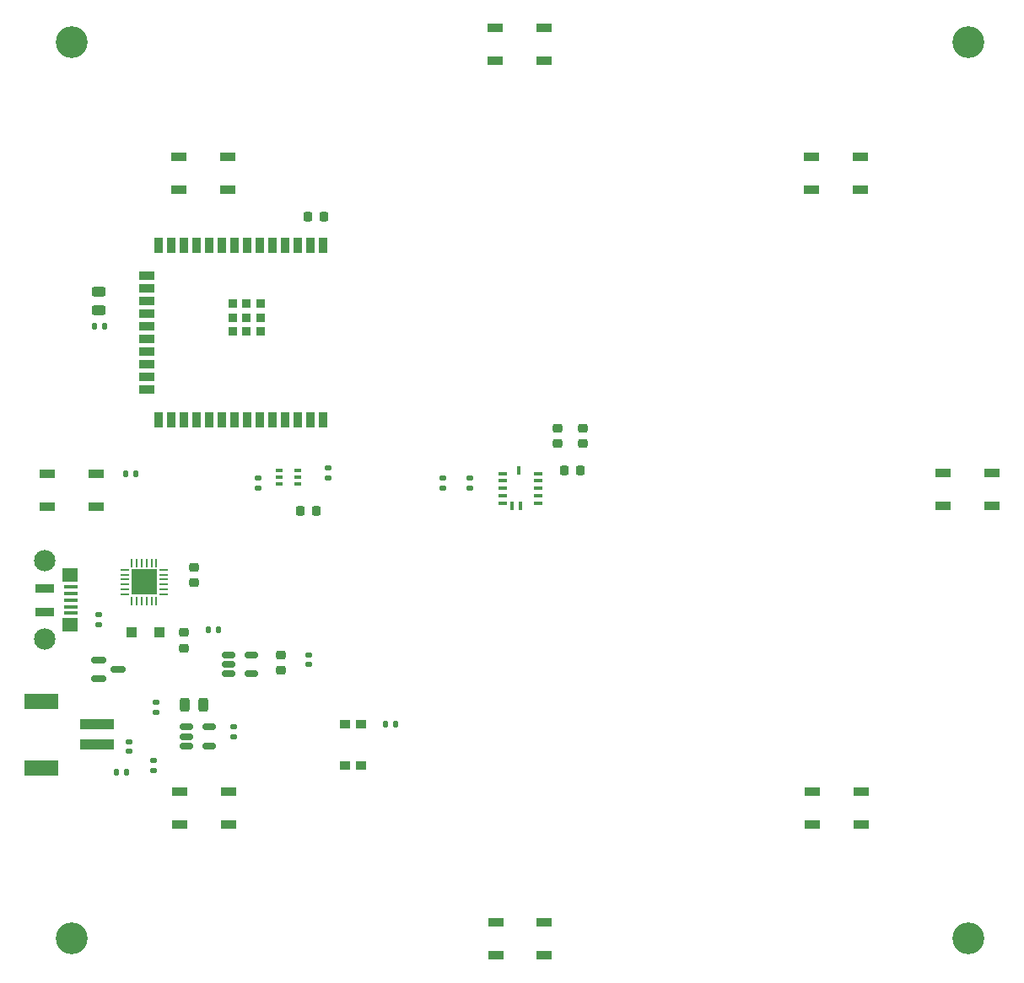
<source format=gbr>
%TF.GenerationSoftware,KiCad,Pcbnew,7.0.9*%
%TF.CreationDate,2023-12-18T12:46:53-05:00*%
%TF.ProjectId,Coaster_KiCard,436f6173-7465-4725-9f4b-69436172642e,rev?*%
%TF.SameCoordinates,Original*%
%TF.FileFunction,Soldermask,Top*%
%TF.FilePolarity,Negative*%
%FSLAX46Y46*%
G04 Gerber Fmt 4.6, Leading zero omitted, Abs format (unit mm)*
G04 Created by KiCad (PCBNEW 7.0.9) date 2023-12-18 12:46:53*
%MOMM*%
%LPD*%
G01*
G04 APERTURE LIST*
G04 Aperture macros list*
%AMRoundRect*
0 Rectangle with rounded corners*
0 $1 Rounding radius*
0 $2 $3 $4 $5 $6 $7 $8 $9 X,Y pos of 4 corners*
0 Add a 4 corners polygon primitive as box body*
4,1,4,$2,$3,$4,$5,$6,$7,$8,$9,$2,$3,0*
0 Add four circle primitives for the rounded corners*
1,1,$1+$1,$2,$3*
1,1,$1+$1,$4,$5*
1,1,$1+$1,$6,$7*
1,1,$1+$1,$8,$9*
0 Add four rect primitives between the rounded corners*
20,1,$1+$1,$2,$3,$4,$5,0*
20,1,$1+$1,$4,$5,$6,$7,0*
20,1,$1+$1,$6,$7,$8,$9,0*
20,1,$1+$1,$8,$9,$2,$3,0*%
G04 Aperture macros list end*
%ADD10R,1.900000X0.875000*%
%ADD11R,1.550000X1.425000*%
%ADD12C,2.145000*%
%ADD13R,1.380000X0.450000*%
%ADD14R,0.900000X1.500000*%
%ADD15R,1.500000X0.900000*%
%ADD16R,0.900000X0.900000*%
%ADD17RoundRect,0.150000X-0.512500X-0.150000X0.512500X-0.150000X0.512500X0.150000X-0.512500X0.150000X0*%
%ADD18RoundRect,0.243750X0.243750X0.456250X-0.243750X0.456250X-0.243750X-0.456250X0.243750X-0.456250X0*%
%ADD19R,0.650000X0.400000*%
%ADD20RoundRect,0.135000X0.185000X-0.135000X0.185000X0.135000X-0.185000X0.135000X-0.185000X-0.135000X0*%
%ADD21R,3.500000X1.000000*%
%ADD22R,3.400000X1.500000*%
%ADD23R,0.805000X0.350000*%
%ADD24R,0.400000X0.805000*%
%ADD25RoundRect,0.135000X-0.185000X0.135000X-0.185000X-0.135000X0.185000X-0.135000X0.185000X0.135000X0*%
%ADD26R,1.000000X0.900000*%
%ADD27RoundRect,0.135000X0.135000X0.185000X-0.135000X0.185000X-0.135000X-0.185000X0.135000X-0.185000X0*%
%ADD28RoundRect,0.225000X-0.250000X0.225000X-0.250000X-0.225000X0.250000X-0.225000X0.250000X0.225000X0*%
%ADD29C,3.200000*%
%ADD30RoundRect,0.225000X-0.225000X-0.250000X0.225000X-0.250000X0.225000X0.250000X-0.225000X0.250000X0*%
%ADD31RoundRect,0.140000X-0.170000X0.140000X-0.170000X-0.140000X0.170000X-0.140000X0.170000X0.140000X0*%
%ADD32RoundRect,0.243750X-0.456250X0.243750X-0.456250X-0.243750X0.456250X-0.243750X0.456250X0.243750X0*%
%ADD33RoundRect,0.250000X0.300000X0.300000X-0.300000X0.300000X-0.300000X-0.300000X0.300000X-0.300000X0*%
%ADD34RoundRect,0.225000X0.250000X-0.225000X0.250000X0.225000X-0.250000X0.225000X-0.250000X-0.225000X0*%
%ADD35RoundRect,0.150000X-0.587500X-0.150000X0.587500X-0.150000X0.587500X0.150000X-0.587500X0.150000X0*%
%ADD36RoundRect,0.135000X-0.135000X-0.185000X0.135000X-0.185000X0.135000X0.185000X-0.135000X0.185000X0*%
%ADD37R,2.600000X2.600000*%
%ADD38RoundRect,0.062500X-0.062500X-0.350000X0.062500X-0.350000X0.062500X0.350000X-0.062500X0.350000X0*%
%ADD39RoundRect,0.062500X-0.350000X-0.062500X0.350000X-0.062500X0.350000X0.062500X-0.350000X0.062500X0*%
G04 APERTURE END LIST*
D10*
%TO.C,J3*%
X27250000Y-84812000D03*
X27250000Y-87188000D03*
D11*
X29825000Y-83513000D03*
X29825000Y-88487000D03*
D12*
X27250000Y-82050000D03*
X27250000Y-89950000D03*
D13*
X29910000Y-84700000D03*
X29910000Y-85350000D03*
X29910000Y-86000000D03*
X29910000Y-86650000D03*
X29910000Y-87300000D03*
%TD*%
D14*
%TO.C,IC1*%
X55260000Y-50365000D03*
X53990000Y-50365000D03*
X52720000Y-50365000D03*
X51450000Y-50365000D03*
X50180000Y-50365000D03*
X48910000Y-50365000D03*
X47640000Y-50365000D03*
X46370000Y-50365000D03*
X45100000Y-50365000D03*
X43830000Y-50365000D03*
X42560000Y-50365000D03*
X41290000Y-50365000D03*
X40020000Y-50365000D03*
X38750000Y-50365000D03*
D15*
X37500000Y-53400000D03*
X37500000Y-54670000D03*
X37500000Y-55940000D03*
X37500000Y-57210000D03*
X37500000Y-58480000D03*
X37500000Y-59750000D03*
X37500000Y-61020000D03*
X37500000Y-62290000D03*
X37500000Y-63560000D03*
X37500000Y-64830000D03*
D14*
X38750000Y-67865000D03*
X40020000Y-67865000D03*
X41290000Y-67865000D03*
X42560000Y-67865000D03*
X43830000Y-67865000D03*
X45100000Y-67865000D03*
X46370000Y-67865000D03*
X47640000Y-67865000D03*
X48910000Y-67865000D03*
X50180000Y-67865000D03*
X51450000Y-67865000D03*
X52720000Y-67865000D03*
X53990000Y-67865000D03*
X55260000Y-67865000D03*
D16*
X48940000Y-56215000D03*
X47540000Y-56215000D03*
X46140000Y-56215000D03*
X46140000Y-57615000D03*
X46140000Y-59015000D03*
X47540000Y-59015000D03*
X48940000Y-59015000D03*
X48940000Y-57615000D03*
X47540000Y-57615000D03*
%TD*%
D17*
%TO.C,U1*%
X48025000Y-91500000D03*
X48025000Y-93400000D03*
X45750000Y-93400000D03*
X45750000Y-92450000D03*
X45750000Y-91500000D03*
%TD*%
D18*
%TO.C,D2*%
X41312500Y-96500000D03*
X43187500Y-96500000D03*
%TD*%
D19*
%TO.C,Q2*%
X52700000Y-73010000D03*
X52700000Y-73660000D03*
X52700000Y-74310000D03*
X50800000Y-74310000D03*
X50800000Y-73660000D03*
X50800000Y-73010000D03*
%TD*%
D15*
%TO.C,D10*%
X72550000Y-118350000D03*
X72550000Y-121650000D03*
X77450000Y-121650000D03*
X77450000Y-118350000D03*
%TD*%
D20*
%TO.C,R1*%
X32750000Y-87490000D03*
X32750000Y-88510000D03*
%TD*%
D21*
%TO.C,J1*%
X32500000Y-98500000D03*
X32500000Y-100500000D03*
D22*
X26950000Y-96150000D03*
X26950000Y-102850000D03*
%TD*%
D23*
%TO.C,IC2*%
X73250000Y-73272000D03*
X73250000Y-74022000D03*
X73250000Y-74772000D03*
X73250000Y-75522000D03*
X73250000Y-76272000D03*
D24*
X74222000Y-76544000D03*
D23*
X76794000Y-76272000D03*
X76794000Y-75522000D03*
X76794000Y-74772000D03*
X76794000Y-74022000D03*
X76794000Y-73272000D03*
D24*
X74847000Y-73000000D03*
X75022000Y-76544000D03*
%TD*%
D25*
%TO.C,R8*%
X38500000Y-97260000D03*
X38500000Y-96240000D03*
%TD*%
D26*
%TO.C,S1*%
X59000000Y-102600000D03*
X57400000Y-102600000D03*
X57400000Y-98500000D03*
X59000000Y-98500000D03*
%TD*%
D27*
%TO.C,R3*%
X61500000Y-98500000D03*
X62520000Y-98500000D03*
%TD*%
D28*
%TO.C,C10*%
X78740000Y-70300000D03*
X78740000Y-68750000D03*
%TD*%
D29*
%TO.C,H4*%
X30000000Y-120000000D03*
%TD*%
D15*
%TO.C,D11*%
X40850000Y-105200000D03*
X40850000Y-108500000D03*
X45750000Y-108500000D03*
X45750000Y-105200000D03*
%TD*%
%TO.C,D6*%
X72500000Y-28500000D03*
X72500000Y-31800000D03*
X77400000Y-31800000D03*
X77400000Y-28500000D03*
%TD*%
D25*
%TO.C,R7*%
X38250000Y-103100000D03*
X38250000Y-102080000D03*
%TD*%
D29*
%TO.C,H2*%
X120000000Y-30000000D03*
%TD*%
D30*
%TO.C,C8*%
X81025000Y-73000000D03*
X79475000Y-73000000D03*
%TD*%
D28*
%TO.C,C2*%
X51000000Y-93050000D03*
X51000000Y-91500000D03*
%TD*%
D31*
%TO.C,C7*%
X35750000Y-100250000D03*
X35750000Y-101210000D03*
%TD*%
D17*
%TO.C,U3*%
X43775000Y-98750000D03*
X43775000Y-100650000D03*
X41500000Y-100650000D03*
X41500000Y-99700000D03*
X41500000Y-98750000D03*
%TD*%
D20*
%TO.C,R4*%
X48750000Y-73740000D03*
X48750000Y-74760000D03*
%TD*%
D27*
%TO.C,R13*%
X35390000Y-73300000D03*
X36410000Y-73300000D03*
%TD*%
D20*
%TO.C,R11*%
X67250000Y-73740000D03*
X67250000Y-74760000D03*
%TD*%
D32*
%TO.C,D3*%
X32750000Y-56875000D03*
X32750000Y-55000000D03*
%TD*%
D29*
%TO.C,H3*%
X120000000Y-120000000D03*
%TD*%
D33*
%TO.C,D1*%
X36000000Y-89250000D03*
X38800000Y-89250000D03*
%TD*%
D25*
%TO.C,R9*%
X46250000Y-99770000D03*
X46250000Y-98750000D03*
%TD*%
D15*
%TO.C,D5*%
X40750000Y-41450000D03*
X40750000Y-44750000D03*
X45650000Y-44750000D03*
X45650000Y-41450000D03*
%TD*%
D34*
%TO.C,C6*%
X42250000Y-82725000D03*
X42250000Y-84275000D03*
%TD*%
D31*
%TO.C,C3*%
X53750000Y-92460000D03*
X53750000Y-91500000D03*
%TD*%
D28*
%TO.C,C9*%
X81280000Y-70275000D03*
X81280000Y-68725000D03*
%TD*%
%TO.C,C1*%
X41250000Y-90800000D03*
X41250000Y-89250000D03*
%TD*%
D35*
%TO.C,Q1*%
X34625000Y-92950000D03*
X32750000Y-93900000D03*
X32750000Y-92000000D03*
%TD*%
D36*
%TO.C,R2*%
X44770000Y-89000000D03*
X43750000Y-89000000D03*
%TD*%
D25*
%TO.C,R5*%
X55750000Y-73760000D03*
X55750000Y-72740000D03*
%TD*%
D20*
%TO.C,R12*%
X70000000Y-73740000D03*
X70000000Y-74760000D03*
%TD*%
D37*
%TO.C,U2*%
X37250000Y-84187500D03*
D38*
X36000000Y-82250000D03*
X36500000Y-82250000D03*
X37000000Y-82250000D03*
X37500000Y-82250000D03*
X38000000Y-82250000D03*
X38500000Y-82250000D03*
D39*
X39187500Y-82937500D03*
X39187500Y-83437500D03*
X39187500Y-83937500D03*
X39187500Y-84437500D03*
X39187500Y-84937500D03*
X39187500Y-85437500D03*
D38*
X38500000Y-86125000D03*
X38000000Y-86125000D03*
X37500000Y-86125000D03*
X37000000Y-86125000D03*
X36500000Y-86125000D03*
X36000000Y-86125000D03*
D39*
X35312500Y-85437500D03*
X35312500Y-84937500D03*
X35312500Y-84437500D03*
X35312500Y-83937500D03*
X35312500Y-83437500D03*
X35312500Y-82937500D03*
%TD*%
D15*
%TO.C,D9*%
X104350000Y-105200000D03*
X104350000Y-108500000D03*
X109250000Y-108500000D03*
X109250000Y-105200000D03*
%TD*%
D27*
%TO.C,R6*%
X34500000Y-103250000D03*
X35520000Y-103250000D03*
%TD*%
D29*
%TO.C,H1*%
X30000000Y-30000000D03*
%TD*%
D15*
%TO.C,D4*%
X27550000Y-73350000D03*
X27550000Y-76650000D03*
X32450000Y-76650000D03*
X32450000Y-73350000D03*
%TD*%
%TO.C,D7*%
X104250000Y-41500000D03*
X104250000Y-44800000D03*
X109150000Y-44800000D03*
X109150000Y-41500000D03*
%TD*%
D27*
%TO.C,R10*%
X32250000Y-58500000D03*
X33270000Y-58500000D03*
%TD*%
D30*
%TO.C,C5*%
X54525000Y-77000000D03*
X52975000Y-77000000D03*
%TD*%
%TO.C,C4*%
X55275000Y-47500000D03*
X53725000Y-47500000D03*
%TD*%
D15*
%TO.C,D8*%
X117500000Y-73250000D03*
X117500000Y-76550000D03*
X122400000Y-76550000D03*
X122400000Y-73250000D03*
%TD*%
M02*

</source>
